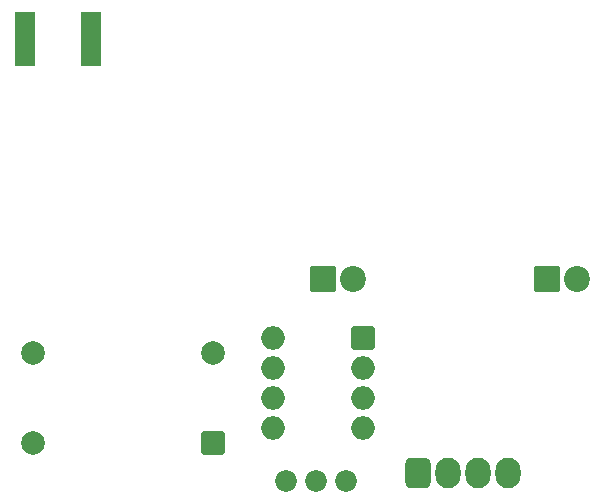
<source format=gbr>
%TF.GenerationSoftware,KiCad,Pcbnew,7.0.6-0*%
%TF.CreationDate,2023-12-30T17:32:03-06:00*%
%TF.ProjectId,LO_PLL,4c4f5f50-4c4c-42e6-9b69-6361645f7063,rev?*%
%TF.SameCoordinates,Original*%
%TF.FileFunction,Soldermask,Bot*%
%TF.FilePolarity,Negative*%
%FSLAX46Y46*%
G04 Gerber Fmt 4.6, Leading zero omitted, Abs format (unit mm)*
G04 Created by KiCad (PCBNEW 7.0.6-0) date 2023-12-30 17:32:03*
%MOMM*%
%LPD*%
G01*
G04 APERTURE LIST*
G04 Aperture macros list*
%AMRoundRect*
0 Rectangle with rounded corners*
0 $1 Rounding radius*
0 $2 $3 $4 $5 $6 $7 $8 $9 X,Y pos of 4 corners*
0 Add a 4 corners polygon primitive as box body*
4,1,4,$2,$3,$4,$5,$6,$7,$8,$9,$2,$3,0*
0 Add four circle primitives for the rounded corners*
1,1,$1+$1,$2,$3*
1,1,$1+$1,$4,$5*
1,1,$1+$1,$6,$7*
1,1,$1+$1,$8,$9*
0 Add four rect primitives between the rounded corners*
20,1,$1+$1,$2,$3,$4,$5,0*
20,1,$1+$1,$4,$5,$6,$7,0*
20,1,$1+$1,$6,$7,$8,$9,0*
20,1,$1+$1,$8,$9,$2,$3,0*%
G04 Aperture macros list end*
%ADD10RoundRect,0.200000X0.675000X2.100000X-0.675000X2.100000X-0.675000X-2.100000X0.675000X-2.100000X0*%
%ADD11RoundRect,0.200000X-0.900000X-0.900000X0.900000X-0.900000X0.900000X0.900000X-0.900000X0.900000X0*%
%ADD12C,2.200000*%
%ADD13RoundRect,0.200000X0.800000X0.800000X-0.800000X0.800000X-0.800000X-0.800000X0.800000X-0.800000X0*%
%ADD14C,2.000000*%
%ADD15RoundRect,0.450000X-0.620000X-0.845000X0.620000X-0.845000X0.620000X0.845000X-0.620000X0.845000X0*%
%ADD16O,2.140000X2.590000*%
%ADD17C,1.840000*%
%ADD18O,2.000000X2.000000*%
G04 APERTURE END LIST*
D10*
%TO.C,J2*%
X31775000Y-41812500D03*
X37425000Y-41812500D03*
%TD*%
D11*
%TO.C,D2*%
X57030000Y-62120000D03*
D12*
X59570000Y-62120000D03*
%TD*%
D13*
%TO.C,X1*%
X47720000Y-75960000D03*
D14*
X32480000Y-75960000D03*
X32480000Y-68340000D03*
X47720000Y-68340000D03*
%TD*%
D15*
%TO.C,J1*%
X65080000Y-78500000D03*
D16*
X67620000Y-78500000D03*
X70160000Y-78500000D03*
X72700000Y-78500000D03*
%TD*%
D17*
%TO.C,RV1*%
X59010000Y-79230000D03*
X56470000Y-79230000D03*
X53930000Y-79230000D03*
%TD*%
D13*
%TO.C,U1*%
X60410000Y-67100000D03*
D18*
X60410000Y-69640000D03*
X60410000Y-72180000D03*
X60410000Y-74720000D03*
X52790000Y-74720000D03*
X52790000Y-72180000D03*
X52790000Y-69640000D03*
X52790000Y-67100000D03*
%TD*%
D11*
%TO.C,D1*%
X76010000Y-62120000D03*
D12*
X78550000Y-62120000D03*
%TD*%
M02*

</source>
